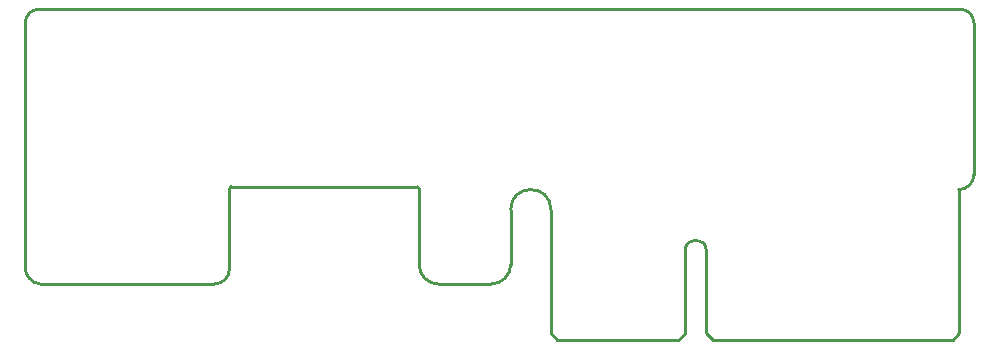
<source format=gbr>
G04*
G04 #@! TF.GenerationSoftware,Altium Limited,Altium Designer,24.2.2 (26)*
G04*
G04 Layer_Color=8388736*
%FSLAX25Y25*%
%MOIN*%
G70*
G04*
G04 #@! TF.SameCoordinates,DA759692-2FDC-47FD-B5D7-4F029464E4A9*
G04*
G04*
G04 #@! TF.FilePolarity,Positive*
G04*
G01*
G75*
%ADD53C,0.01000*%
D53*
X-23375Y-305380D02*
G03*
X-28043Y-309880I-84J-4584D01*
G01*
X288161D02*
G03*
X283493Y-305380I-4584J-84D01*
G01*
X283161Y-365510D02*
G03*
X288161Y-360509I0J5000D01*
G01*
X147131Y-372194D02*
G03*
X133752Y-372194I-6690J0D01*
G01*
X198998Y-385874D02*
G03*
X191918Y-385874I-3540J0D01*
G01*
X127349Y-396954D02*
G03*
X133752Y-390551I0J6403D01*
G01*
X103244Y-390599D02*
G03*
X109647Y-397002I6403J0D01*
G01*
X-28043Y-390990D02*
G03*
X-23043Y-396990I5500J-500D01*
G01*
X35012Y-396990D02*
G03*
X40012Y-391990I-0J5000D01*
G01*
X103256Y-365009D02*
G03*
X102756Y-364509I-500J0D01*
G01*
X103256Y-365009D02*
G03*
X102756Y-364509I-500J0D01*
G01*
X40512D02*
G03*
X40012Y-365009I0J-500D01*
G01*
X40512Y-364509D02*
G03*
X40012Y-365009I0J-500D01*
G01*
X-23459Y-305381D02*
X283493D01*
X189655Y-415706D02*
X191770Y-413591D01*
X188861Y-415706D02*
X189655D01*
X149590D02*
X188861D01*
X191918Y-413236D02*
Y-385874D01*
X201165Y-415706D02*
X280693Y-415706D01*
X288161Y-309880D02*
X288161Y-360509D01*
X147122Y-413445D02*
Y-372198D01*
X198998Y-413443D02*
X201112Y-415556D01*
X198998Y-413443D02*
Y-385874D01*
X109647Y-396990D02*
X127349D01*
X103256Y-390599D02*
Y-365009D01*
X133752Y-390551D02*
Y-372194D01*
X-28043Y-309880D02*
X-28043Y-390990D01*
X-23043Y-396990D02*
X35012D01*
X40012Y-391990D02*
Y-365009D01*
X149235Y-415558D02*
X149237Y-415560D01*
X147122Y-413445D02*
X149235Y-415558D01*
X281046Y-415560D02*
X281048Y-415558D01*
X283013Y-413593D01*
X283015Y-413591D01*
X283161Y-413238D02*
Y-365510D01*
X40512Y-364509D02*
X102756D01*
M02*

</source>
